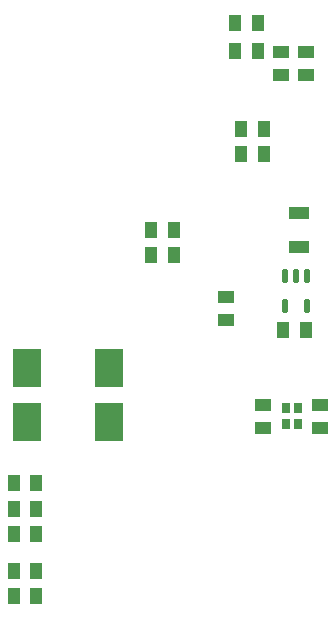
<source format=gbp>
G04*
G04 #@! TF.GenerationSoftware,Altium Limited,Altium Designer,20.0.10 (225)*
G04*
G04 Layer_Color=128*
%FSLAX25Y25*%
%MOIN*%
G70*
G01*
G75*
%ADD18R,0.05500X0.04000*%
%ADD20R,0.04000X0.05500*%
%ADD75R,0.09449X0.12992*%
%ADD76R,0.02953X0.03347*%
G04:AMPARAMS|DCode=77|XSize=47.64mil|YSize=23.23mil|CornerRadius=5.81mil|HoleSize=0mil|Usage=FLASHONLY|Rotation=270.000|XOffset=0mil|YOffset=0mil|HoleType=Round|Shape=RoundedRectangle|*
%AMROUNDEDRECTD77*
21,1,0.04764,0.01161,0,0,270.0*
21,1,0.03602,0.02323,0,0,270.0*
1,1,0.01161,-0.00581,-0.01801*
1,1,0.01161,-0.00581,0.01801*
1,1,0.01161,0.00581,0.01801*
1,1,0.01161,0.00581,-0.01801*
%
%ADD77ROUNDEDRECTD77*%
%ADD78R,0.06772X0.04134*%
D18*
X74500Y147500D02*
D03*
Y140100D02*
D03*
X87000Y104121D02*
D03*
Y111521D02*
D03*
X106000D02*
D03*
Y104121D02*
D03*
X101328Y221800D02*
D03*
Y229200D02*
D03*
X93000D02*
D03*
Y221800D02*
D03*
D20*
X4000Y48000D02*
D03*
X11400D02*
D03*
Y56344D02*
D03*
X4000D02*
D03*
X11400Y85500D02*
D03*
X4000D02*
D03*
X11400Y77000D02*
D03*
X4000D02*
D03*
X49800Y170000D02*
D03*
X57200D02*
D03*
X11400Y68554D02*
D03*
X4000D02*
D03*
X57200Y161672D02*
D03*
X49800D02*
D03*
X101200Y136621D02*
D03*
X93800D02*
D03*
X87200Y195293D02*
D03*
X79800D02*
D03*
X87200Y203621D02*
D03*
X79800D02*
D03*
X77800Y239121D02*
D03*
X85200D02*
D03*
X77800Y229621D02*
D03*
X85200D02*
D03*
D75*
X35681Y124000D02*
D03*
X8319D02*
D03*
Y106000D02*
D03*
X35681D02*
D03*
D76*
X94584Y105464D02*
D03*
Y110779D02*
D03*
X98717D02*
D03*
Y105464D02*
D03*
D77*
X101740Y154691D02*
D03*
X94260D02*
D03*
Y144809D02*
D03*
X98000Y154691D02*
D03*
X101740Y144809D02*
D03*
D78*
X99000Y164176D02*
D03*
Y175672D02*
D03*
M02*

</source>
